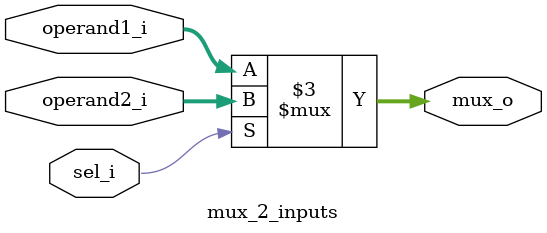
<source format=sv>
module mux_2_inputs (
    input logic [31:0] operand1_i, operand2_i, 
    input logic sel_i, 
    output logic [31:0] mux_o
);
    always_comb begin
        if (sel_i)
            mux_o = operand2_i; 
        else 
            mux_o = operand1_i; 
    end
endmodule 
</source>
